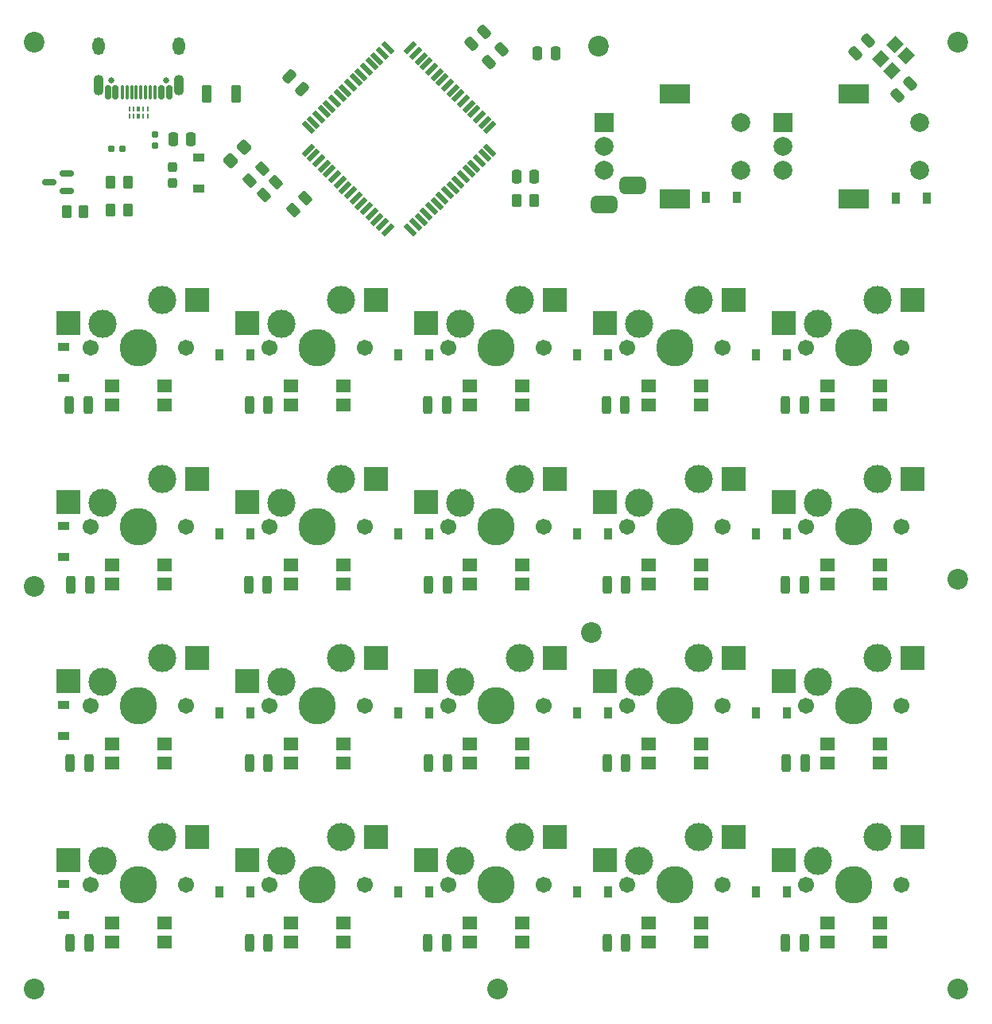
<source format=gbr>
%TF.GenerationSoftware,KiCad,Pcbnew,(6.0.4)*%
%TF.CreationDate,2022-06-27T22:54:41+02:00*%
%TF.ProjectId,MacroBoard-rounded,4d616372-6f42-46f6-9172-642d726f756e,rev?*%
%TF.SameCoordinates,Original*%
%TF.FileFunction,Soldermask,Bot*%
%TF.FilePolarity,Negative*%
%FSLAX46Y46*%
G04 Gerber Fmt 4.6, Leading zero omitted, Abs format (unit mm)*
G04 Created by KiCad (PCBNEW (6.0.4)) date 2022-06-27 22:54:41*
%MOMM*%
%LPD*%
G01*
G04 APERTURE LIST*
G04 Aperture macros list*
%AMRoundRect*
0 Rectangle with rounded corners*
0 $1 Rounding radius*
0 $2 $3 $4 $5 $6 $7 $8 $9 X,Y pos of 4 corners*
0 Add a 4 corners polygon primitive as box body*
4,1,4,$2,$3,$4,$5,$6,$7,$8,$9,$2,$3,0*
0 Add four circle primitives for the rounded corners*
1,1,$1+$1,$2,$3*
1,1,$1+$1,$4,$5*
1,1,$1+$1,$6,$7*
1,1,$1+$1,$8,$9*
0 Add four rect primitives between the rounded corners*
20,1,$1+$1,$2,$3,$4,$5,0*
20,1,$1+$1,$4,$5,$6,$7,0*
20,1,$1+$1,$6,$7,$8,$9,0*
20,1,$1+$1,$8,$9,$2,$3,0*%
%AMRotRect*
0 Rectangle, with rotation*
0 The origin of the aperture is its center*
0 $1 length*
0 $2 width*
0 $3 Rotation angle, in degrees counterclockwise*
0 Add horizontal line*
21,1,$1,$2,0,0,$3*%
G04 Aperture macros list end*
%ADD10R,1.600000X1.400000*%
%ADD11R,1.600000X1.420000*%
%ADD12R,1.600000X1.380000*%
%ADD13C,1.701800*%
%ADD14C,3.000000*%
%ADD15C,3.987800*%
%ADD16C,0.600000*%
%ADD17R,2.550000X2.500000*%
%ADD18R,2.000000X2.000000*%
%ADD19C,2.000000*%
%ADD20R,3.200000X2.000000*%
%ADD21C,2.200000*%
%ADD22RoundRect,0.250000X0.250000X0.700000X-0.250000X0.700000X-0.250000X-0.700000X0.250000X-0.700000X0*%
%ADD23R,0.900000X1.200000*%
%ADD24RoundRect,0.160000X0.197500X0.160000X-0.197500X0.160000X-0.197500X-0.160000X0.197500X-0.160000X0*%
%ADD25RoundRect,0.250000X0.262500X0.450000X-0.262500X0.450000X-0.262500X-0.450000X0.262500X-0.450000X0*%
%ADD26R,1.200000X0.900000*%
%ADD27RotRect,1.400000X1.200000X225.000000*%
%ADD28RoundRect,0.250000X0.512652X0.159099X0.159099X0.512652X-0.512652X-0.159099X-0.159099X-0.512652X0*%
%ADD29RoundRect,0.250000X-0.262500X-0.450000X0.262500X-0.450000X0.262500X0.450000X-0.262500X0.450000X0*%
%ADD30RoundRect,0.250000X-0.250000X-0.475000X0.250000X-0.475000X0.250000X0.475000X-0.250000X0.475000X0*%
%ADD31RoundRect,0.250000X0.070711X-0.565685X0.565685X-0.070711X-0.070711X0.565685X-0.565685X0.070711X0*%
%ADD32RoundRect,0.450000X0.950000X0.450000X-0.950000X0.450000X-0.950000X-0.450000X0.950000X-0.450000X0*%
%ADD33RoundRect,0.250000X0.275000X0.700000X-0.275000X0.700000X-0.275000X-0.700000X0.275000X-0.700000X0*%
%ADD34C,0.650000*%
%ADD35RoundRect,0.150000X-0.150000X-0.575000X0.150000X-0.575000X0.150000X0.575000X-0.150000X0.575000X0*%
%ADD36RoundRect,0.075000X-0.075000X-0.650000X0.075000X-0.650000X0.075000X0.650000X-0.075000X0.650000X0*%
%ADD37O,1.100000X2.200000*%
%ADD38O,1.300000X1.900000*%
%ADD39RoundRect,0.160000X-0.160000X0.197500X-0.160000X-0.197500X0.160000X-0.197500X0.160000X0.197500X0*%
%ADD40RoundRect,0.125000X0.000000X0.150000X0.000000X0.150000X0.000000X-0.150000X0.000000X-0.150000X0*%
%ADD41R,0.250000X0.550000*%
%ADD42R,0.300000X0.550000*%
%ADD43RoundRect,0.250000X0.159099X-0.512652X0.512652X-0.159099X-0.159099X0.512652X-0.512652X0.159099X0*%
%ADD44RoundRect,0.250000X0.132583X-0.503814X0.503814X-0.132583X-0.132583X0.503814X-0.503814X0.132583X0*%
%ADD45RoundRect,0.237500X-0.237500X0.287500X-0.237500X-0.287500X0.237500X-0.287500X0.237500X0.287500X0*%
%ADD46RoundRect,0.250000X-0.159099X0.512652X-0.512652X0.159099X0.159099X-0.512652X0.512652X-0.159099X0*%
%ADD47RoundRect,0.250000X-0.132583X0.503814X-0.503814X0.132583X0.132583X-0.503814X0.503814X-0.132583X0*%
%ADD48RotRect,1.500000X0.550000X225.000000*%
%ADD49RotRect,1.500000X0.550000X135.000000*%
%ADD50RoundRect,0.150000X0.587500X0.150000X-0.587500X0.150000X-0.587500X-0.150000X0.587500X-0.150000X0*%
G04 APERTURE END LIST*
D10*
%TO.C,D21*%
X83762500Y-71147500D03*
D11*
X83762500Y-69157500D03*
D10*
X78162500Y-69157500D03*
D12*
X78162500Y-71157500D03*
%TD*%
D13*
%TO.C,MX10*%
X124142500Y-84137500D03*
D14*
X115252500Y-81597500D03*
D15*
X119062500Y-84137500D03*
D13*
X113982500Y-84137500D03*
D14*
X121602500Y-79057500D03*
D16*
X124412500Y-79962500D03*
X124412500Y-79062500D03*
X126312500Y-79062500D03*
D17*
X125352500Y-79057500D03*
D16*
X124412500Y-78162500D03*
X126312500Y-78162500D03*
X126312500Y-79962500D03*
X110682500Y-80542500D03*
X112462500Y-81562500D03*
X110682500Y-82342500D03*
X112462500Y-82462500D03*
X112462500Y-80662500D03*
X110682500Y-81442500D03*
D17*
X111622500Y-81477500D03*
%TD*%
D10*
%TO.C,D37*%
X159962500Y-71147500D03*
D11*
X159962500Y-69157500D03*
D10*
X154362500Y-69157500D03*
D12*
X154362500Y-71157500D03*
%TD*%
D18*
%TO.C,SW3*%
X149662500Y-41156250D03*
D19*
X149662500Y-46156250D03*
X149662500Y-43656250D03*
D20*
X157162500Y-38056250D03*
X157162500Y-49256250D03*
D19*
X164162500Y-46156250D03*
X164162500Y-41156250D03*
%TD*%
D15*
%TO.C,MX18*%
X157162500Y-84137500D03*
D14*
X153352500Y-81597500D03*
X159702500Y-79057500D03*
D13*
X162242500Y-84137500D03*
X152082500Y-84137500D03*
D16*
X162512500Y-79962500D03*
X162512500Y-78162500D03*
X164412500Y-79062500D03*
D17*
X163452500Y-79057500D03*
D16*
X162512500Y-79062500D03*
X164412500Y-79962500D03*
X164412500Y-78162500D03*
X150562500Y-80662500D03*
X148782500Y-81442500D03*
D17*
X149722500Y-81477500D03*
D16*
X150562500Y-82462500D03*
X148782500Y-80542500D03*
X148782500Y-82342500D03*
X150562500Y-81562500D03*
%TD*%
D21*
%TO.C,H1*%
X130000000Y-33000000D03*
%TD*%
D15*
%TO.C,MX5*%
X100012500Y-65087500D03*
D14*
X102552500Y-60007500D03*
X96202500Y-62547500D03*
D13*
X105092500Y-65087500D03*
X94932500Y-65087500D03*
D16*
X105362500Y-59112500D03*
X105362500Y-60012500D03*
X107262500Y-60012500D03*
X107262500Y-60912500D03*
D17*
X106302500Y-60007500D03*
D16*
X105362500Y-60912500D03*
X107262500Y-59112500D03*
X93412500Y-63412500D03*
X93412500Y-62512500D03*
X91632500Y-62392500D03*
X91632500Y-63292500D03*
X91632500Y-61492500D03*
D17*
X92572500Y-62427500D03*
D16*
X93412500Y-61612500D03*
%TD*%
D10*
%TO.C,D32*%
X121862500Y-128297500D03*
D11*
X121862500Y-126307500D03*
D10*
X116262500Y-126307500D03*
D12*
X116262500Y-128307500D03*
%TD*%
D10*
%TO.C,D34*%
X140912500Y-90197500D03*
D11*
X140912500Y-88207500D03*
D10*
X135312500Y-88207500D03*
D12*
X135312500Y-90207500D03*
%TD*%
D21*
%TO.C,H8*%
X129200000Y-95400000D03*
%TD*%
D10*
%TO.C,D23*%
X83762500Y-109247500D03*
D11*
X83762500Y-107257500D03*
D10*
X78162500Y-107257500D03*
D12*
X78162500Y-109257500D03*
%TD*%
D10*
%TO.C,D25*%
X102812500Y-71147500D03*
D11*
X102812500Y-69157500D03*
D10*
X97212500Y-69157500D03*
D12*
X97212500Y-71157500D03*
%TD*%
D21*
%TO.C,H5*%
X168275000Y-133350000D03*
%TD*%
%TO.C,H4*%
X69850000Y-32543750D03*
%TD*%
D13*
%TO.C,MX20*%
X162242500Y-122237500D03*
D15*
X157162500Y-122237500D03*
D14*
X159702500Y-117157500D03*
D13*
X152082500Y-122237500D03*
D14*
X153352500Y-119697500D03*
D16*
X162512500Y-118062500D03*
X162512500Y-116262500D03*
D17*
X163452500Y-117157500D03*
D16*
X164412500Y-116262500D03*
X162512500Y-117162500D03*
X164412500Y-118062500D03*
X164412500Y-117162500D03*
X148782500Y-120442500D03*
X150562500Y-119662500D03*
X148782500Y-119542500D03*
X150562500Y-120562500D03*
X150562500Y-118762500D03*
D17*
X149722500Y-119577500D03*
D16*
X148782500Y-118642500D03*
%TD*%
D13*
%TO.C,MX2*%
X75882500Y-84137500D03*
D15*
X80962500Y-84137500D03*
D14*
X77152500Y-81597500D03*
X83502500Y-79057500D03*
D13*
X86042500Y-84137500D03*
D16*
X88212500Y-79062500D03*
X86312500Y-79962500D03*
D17*
X87252500Y-79057500D03*
D16*
X88212500Y-79962500D03*
X86312500Y-78162500D03*
X88212500Y-78162500D03*
X86312500Y-79062500D03*
X74362500Y-81562500D03*
X72582500Y-80542500D03*
X72582500Y-81442500D03*
X74362500Y-80662500D03*
X74362500Y-82462500D03*
D17*
X73522500Y-81477500D03*
D16*
X72582500Y-82342500D03*
%TD*%
D15*
%TO.C,MX7*%
X100012500Y-103187500D03*
D14*
X96202500Y-100647500D03*
D13*
X94932500Y-103187500D03*
D14*
X102552500Y-98107500D03*
D13*
X105092500Y-103187500D03*
D16*
X107262500Y-99012500D03*
X105362500Y-99012500D03*
X105362500Y-98112500D03*
X107262500Y-98112500D03*
X105362500Y-97212500D03*
D17*
X106302500Y-98107500D03*
D16*
X107262500Y-97212500D03*
X93412500Y-100612500D03*
X93412500Y-99712500D03*
X91632500Y-99592500D03*
D17*
X92572500Y-100527500D03*
D16*
X91632500Y-100492500D03*
X91632500Y-101392500D03*
X93412500Y-101512500D03*
%TD*%
D15*
%TO.C,MX1*%
X80962500Y-65087500D03*
D14*
X77152500Y-62547500D03*
D13*
X86042500Y-65087500D03*
X75882500Y-65087500D03*
D14*
X83502500Y-60007500D03*
D16*
X88212500Y-60912500D03*
X86312500Y-60912500D03*
X86312500Y-59112500D03*
X88212500Y-60012500D03*
X88212500Y-59112500D03*
D17*
X87252500Y-60007500D03*
D16*
X86312500Y-60012500D03*
X74362500Y-63412500D03*
X72582500Y-61492500D03*
X72582500Y-62392500D03*
D17*
X73522500Y-62427500D03*
D16*
X72582500Y-63292500D03*
X74362500Y-62512500D03*
X74362500Y-61612500D03*
%TD*%
D13*
%TO.C,MX3*%
X86042500Y-103187500D03*
D14*
X77152500Y-100647500D03*
X83502500Y-98107500D03*
D13*
X75882500Y-103187500D03*
D15*
X80962500Y-103187500D03*
D16*
X86312500Y-99012500D03*
X88212500Y-98112500D03*
X88212500Y-99012500D03*
X86312500Y-97212500D03*
X86312500Y-98112500D03*
D17*
X87252500Y-98107500D03*
D16*
X88212500Y-97212500D03*
X74362500Y-101512500D03*
X72582500Y-99592500D03*
D17*
X73522500Y-100527500D03*
D16*
X74362500Y-100612500D03*
X72582500Y-100492500D03*
X72582500Y-101392500D03*
X74362500Y-99712500D03*
%TD*%
D13*
%TO.C,MX6*%
X105092500Y-84137500D03*
X94932500Y-84137500D03*
D14*
X102552500Y-79057500D03*
X96202500Y-81597500D03*
D15*
X100012500Y-84137500D03*
D16*
X105362500Y-79062500D03*
X107262500Y-79962500D03*
X107262500Y-79062500D03*
X107262500Y-78162500D03*
X105362500Y-79962500D03*
D17*
X106302500Y-79057500D03*
D16*
X105362500Y-78162500D03*
X91632500Y-81442500D03*
D17*
X92572500Y-81477500D03*
D16*
X93412500Y-81562500D03*
X93412500Y-82462500D03*
X93412500Y-80662500D03*
X91632500Y-82342500D03*
X91632500Y-80542500D03*
%TD*%
D13*
%TO.C,MX17*%
X152082500Y-65087500D03*
X162242500Y-65087500D03*
D14*
X159702500Y-60007500D03*
X153352500Y-62547500D03*
D15*
X157162500Y-65087500D03*
D16*
X164412500Y-60912500D03*
X164412500Y-60012500D03*
D17*
X163452500Y-60007500D03*
D16*
X164412500Y-59112500D03*
X162512500Y-60912500D03*
X162512500Y-59112500D03*
X162512500Y-60012500D03*
D17*
X149722500Y-62427500D03*
D16*
X150562500Y-63412500D03*
X150562500Y-62512500D03*
X148782500Y-62392500D03*
X148782500Y-63292500D03*
X148782500Y-61492500D03*
X150562500Y-61612500D03*
%TD*%
D14*
%TO.C,MX11*%
X121602500Y-98107500D03*
D15*
X119062500Y-103187500D03*
D13*
X113982500Y-103187500D03*
X124142500Y-103187500D03*
D14*
X115252500Y-100647500D03*
D16*
X126312500Y-99012500D03*
X126312500Y-97212500D03*
D17*
X125352500Y-98107500D03*
D16*
X124412500Y-98112500D03*
X124412500Y-99012500D03*
X124412500Y-97212500D03*
X126312500Y-98112500D03*
X112462500Y-101512500D03*
X112462500Y-99712500D03*
X110682500Y-101392500D03*
X110682500Y-100492500D03*
X112462500Y-100612500D03*
D17*
X111622500Y-100527500D03*
D16*
X110682500Y-99592500D03*
%TD*%
D14*
%TO.C,MX9*%
X121602500Y-60007500D03*
D13*
X124142500Y-65087500D03*
X113982500Y-65087500D03*
D15*
X119062500Y-65087500D03*
D14*
X115252500Y-62547500D03*
D16*
X124412500Y-59112500D03*
X126312500Y-60012500D03*
X124412500Y-60012500D03*
X126312500Y-59112500D03*
D17*
X125352500Y-60007500D03*
D16*
X124412500Y-60912500D03*
X126312500Y-60912500D03*
X112462500Y-63412500D03*
X110682500Y-63292500D03*
D17*
X111622500Y-62427500D03*
D16*
X110682500Y-61492500D03*
X112462500Y-61612500D03*
X110682500Y-62392500D03*
X112462500Y-62512500D03*
%TD*%
D13*
%TO.C,MX16*%
X143192500Y-122237500D03*
D14*
X134302500Y-119697500D03*
D15*
X138112500Y-122237500D03*
D14*
X140652500Y-117157500D03*
D13*
X133032500Y-122237500D03*
D16*
X143462500Y-116262500D03*
D17*
X144402500Y-117157500D03*
D16*
X143462500Y-117162500D03*
X143462500Y-118062500D03*
X145362500Y-117162500D03*
X145362500Y-118062500D03*
X145362500Y-116262500D03*
X131512500Y-120562500D03*
X131512500Y-119662500D03*
X129732500Y-119542500D03*
X131512500Y-118762500D03*
D17*
X130672500Y-119577500D03*
D16*
X129732500Y-118642500D03*
X129732500Y-120442500D03*
%TD*%
D10*
%TO.C,D26*%
X102812500Y-90197500D03*
D11*
X102812500Y-88207500D03*
D10*
X97212500Y-88207500D03*
D12*
X97212500Y-90207500D03*
%TD*%
D21*
%TO.C,H7*%
X119200000Y-133350000D03*
%TD*%
D10*
%TO.C,D38*%
X159962500Y-90197500D03*
D11*
X159962500Y-88207500D03*
D10*
X154362500Y-88207500D03*
D12*
X154362500Y-90207500D03*
%TD*%
D10*
%TO.C,D24*%
X83762500Y-128297500D03*
D11*
X83762500Y-126307500D03*
D10*
X78162500Y-126307500D03*
D12*
X78162500Y-128307500D03*
%TD*%
D10*
%TO.C,D22*%
X83762500Y-90197500D03*
D11*
X83762500Y-88207500D03*
D10*
X78162500Y-88207500D03*
D12*
X78162500Y-90207500D03*
%TD*%
D10*
%TO.C,D36*%
X140912500Y-128297500D03*
D11*
X140912500Y-126307500D03*
D10*
X135312500Y-126307500D03*
D12*
X135312500Y-128307500D03*
%TD*%
D14*
%TO.C,MX19*%
X153352500Y-100647500D03*
D15*
X157162500Y-103187500D03*
D14*
X159702500Y-98107500D03*
D13*
X162242500Y-103187500D03*
X152082500Y-103187500D03*
D16*
X162512500Y-97212500D03*
X164412500Y-97212500D03*
X162512500Y-98112500D03*
X164412500Y-99012500D03*
X162512500Y-99012500D03*
D17*
X163452500Y-98107500D03*
D16*
X164412500Y-98112500D03*
X148782500Y-99592500D03*
X148782500Y-101392500D03*
D17*
X149722500Y-100527500D03*
D16*
X148782500Y-100492500D03*
X150562500Y-100612500D03*
X150562500Y-101512500D03*
X150562500Y-99712500D03*
%TD*%
D13*
%TO.C,MX12*%
X124142500Y-122237500D03*
X113982500Y-122237500D03*
D14*
X115252500Y-119697500D03*
X121602500Y-117157500D03*
D15*
X119062500Y-122237500D03*
D16*
X126312500Y-116262500D03*
X126312500Y-117162500D03*
X126312500Y-118062500D03*
D17*
X125352500Y-117157500D03*
D16*
X124412500Y-118062500D03*
X124412500Y-116262500D03*
X124412500Y-117162500D03*
X110682500Y-118642500D03*
X112462500Y-120562500D03*
D17*
X111622500Y-119577500D03*
D16*
X112462500Y-118762500D03*
X110682500Y-119542500D03*
X112462500Y-119662500D03*
X110682500Y-120442500D03*
%TD*%
D10*
%TO.C,D33*%
X140912500Y-71147500D03*
D11*
X140912500Y-69157500D03*
D10*
X135312500Y-69157500D03*
D12*
X135312500Y-71157500D03*
%TD*%
D13*
%TO.C,MX8*%
X105092500Y-122237500D03*
D14*
X96202500Y-119697500D03*
D15*
X100012500Y-122237500D03*
D14*
X102552500Y-117157500D03*
D13*
X94932500Y-122237500D03*
D16*
X105362500Y-118062500D03*
D17*
X106302500Y-117157500D03*
D16*
X107262500Y-118062500D03*
X107262500Y-117162500D03*
X105362500Y-116262500D03*
X107262500Y-116262500D03*
X105362500Y-117162500D03*
X91632500Y-119542500D03*
X93412500Y-120562500D03*
X93412500Y-119662500D03*
X93412500Y-118762500D03*
D17*
X92572500Y-119577500D03*
D16*
X91632500Y-120442500D03*
X91632500Y-118642500D03*
%TD*%
D21*
%TO.C,H6*%
X69850000Y-133350000D03*
%TD*%
D10*
%TO.C,D39*%
X159962500Y-109247500D03*
D11*
X159962500Y-107257500D03*
D10*
X154362500Y-107257500D03*
D12*
X154362500Y-109257500D03*
%TD*%
D21*
%TO.C,H3*%
X168275000Y-32543750D03*
%TD*%
D10*
%TO.C,D30*%
X121862500Y-90197500D03*
D11*
X121862500Y-88207500D03*
D10*
X116262500Y-88207500D03*
D12*
X116262500Y-90207500D03*
%TD*%
D14*
%TO.C,MX4*%
X83502500Y-117157500D03*
D15*
X80962500Y-122237500D03*
D14*
X77152500Y-119697500D03*
D13*
X75882500Y-122237500D03*
X86042500Y-122237500D03*
D17*
X87252500Y-117157500D03*
D16*
X86312500Y-118062500D03*
X88212500Y-118062500D03*
X86312500Y-117162500D03*
X88212500Y-117162500D03*
X88212500Y-116262500D03*
X86312500Y-116262500D03*
X72582500Y-118642500D03*
X74362500Y-120562500D03*
X74362500Y-118762500D03*
D17*
X73522500Y-119577500D03*
D16*
X72582500Y-120442500D03*
X74362500Y-119662500D03*
X72582500Y-119542500D03*
%TD*%
D10*
%TO.C,D27*%
X102812500Y-109247500D03*
D11*
X102812500Y-107257500D03*
D10*
X97212500Y-107257500D03*
D12*
X97212500Y-109257500D03*
%TD*%
D10*
%TO.C,D40*%
X159962500Y-128297500D03*
D11*
X159962500Y-126307500D03*
D10*
X154362500Y-126307500D03*
D12*
X154362500Y-128307500D03*
%TD*%
D14*
%TO.C,MX14*%
X140652500Y-79057500D03*
D13*
X133032500Y-84137500D03*
D14*
X134302500Y-81597500D03*
D15*
X138112500Y-84137500D03*
D13*
X143192500Y-84137500D03*
D16*
X143462500Y-79062500D03*
X145362500Y-79962500D03*
X143462500Y-79962500D03*
X143462500Y-78162500D03*
X145362500Y-79062500D03*
D17*
X144402500Y-79057500D03*
D16*
X145362500Y-78162500D03*
X129732500Y-80542500D03*
X131512500Y-81562500D03*
X131512500Y-82462500D03*
D17*
X130672500Y-81477500D03*
D16*
X129732500Y-81442500D03*
X129732500Y-82342500D03*
X131512500Y-80662500D03*
%TD*%
D10*
%TO.C,D29*%
X121862500Y-71147500D03*
D11*
X121862500Y-69157500D03*
D10*
X116262500Y-69157500D03*
D12*
X116262500Y-71157500D03*
%TD*%
D21*
%TO.C,H2*%
X69850000Y-90487500D03*
%TD*%
%TO.C,H9*%
X168275000Y-89693750D03*
%TD*%
D18*
%TO.C,SW2*%
X130612500Y-41156250D03*
D19*
X130612500Y-46156250D03*
X130612500Y-43656250D03*
D20*
X138112500Y-49256250D03*
X138112500Y-38056250D03*
D19*
X145112500Y-46156250D03*
X145112500Y-41156250D03*
%TD*%
D13*
%TO.C,MX13*%
X143192500Y-65087500D03*
D14*
X140652500Y-60007500D03*
D15*
X138112500Y-65087500D03*
D14*
X134302500Y-62547500D03*
D13*
X133032500Y-65087500D03*
D16*
X145362500Y-60912500D03*
X143462500Y-59112500D03*
X145362500Y-60012500D03*
X145362500Y-59112500D03*
D17*
X144402500Y-60007500D03*
D16*
X143462500Y-60912500D03*
X143462500Y-60012500D03*
X129732500Y-63292500D03*
X129732500Y-62392500D03*
D17*
X130672500Y-62427500D03*
D16*
X131512500Y-62512500D03*
X129732500Y-61492500D03*
X131512500Y-63412500D03*
X131512500Y-61612500D03*
%TD*%
D14*
%TO.C,MX15*%
X134302500Y-100647500D03*
D15*
X138112500Y-103187500D03*
D14*
X140652500Y-98107500D03*
D13*
X133032500Y-103187500D03*
X143192500Y-103187500D03*
D16*
X145362500Y-98112500D03*
X143462500Y-97212500D03*
X143462500Y-98112500D03*
X145362500Y-99012500D03*
X143462500Y-99012500D03*
D17*
X144402500Y-98107500D03*
D16*
X145362500Y-97212500D03*
X131512500Y-101512500D03*
X131512500Y-99712500D03*
X129732500Y-99592500D03*
D17*
X130672500Y-100527500D03*
D16*
X129732500Y-100492500D03*
X129732500Y-101392500D03*
X131512500Y-100612500D03*
%TD*%
D10*
%TO.C,D35*%
X140912500Y-109247500D03*
D11*
X140912500Y-107257500D03*
D10*
X135312500Y-107257500D03*
D12*
X135312500Y-109257500D03*
%TD*%
D10*
%TO.C,D28*%
X102812500Y-128297500D03*
D11*
X102812500Y-126307500D03*
D10*
X97212500Y-126307500D03*
D12*
X97212500Y-128307500D03*
%TD*%
D10*
%TO.C,D31*%
X121862500Y-109247500D03*
D11*
X121862500Y-107257500D03*
D10*
X116262500Y-107257500D03*
D12*
X116262500Y-109257500D03*
%TD*%
D22*
%TO.C,C10*%
X75800000Y-90300000D03*
X73800000Y-90300000D03*
%TD*%
D23*
%TO.C,D42*%
X141450000Y-49100000D03*
X144750000Y-49100000D03*
%TD*%
D24*
%TO.C,R1*%
X79247500Y-43950000D03*
X78052500Y-43950000D03*
%TD*%
D22*
%TO.C,C14*%
X94700000Y-90300000D03*
X92700000Y-90300000D03*
%TD*%
%TO.C,C21*%
X132800000Y-71200000D03*
X130800000Y-71200000D03*
%TD*%
D23*
%TO.C,D43*%
X161650000Y-49200000D03*
X164950000Y-49200000D03*
%TD*%
D22*
%TO.C,C13*%
X94800000Y-71200000D03*
X92800000Y-71200000D03*
%TD*%
D25*
%TO.C,R9*%
X79862500Y-47500000D03*
X78037500Y-47500000D03*
%TD*%
D26*
%TO.C,D1*%
X73025000Y-68325000D03*
X73025000Y-65025000D03*
%TD*%
D23*
%TO.C,D8*%
X89631250Y-123031250D03*
X92931250Y-123031250D03*
%TD*%
%TO.C,D17*%
X146781250Y-65881250D03*
X150081250Y-65881250D03*
%TD*%
D22*
%TO.C,C16*%
X94800000Y-128400000D03*
X92800000Y-128400000D03*
%TD*%
%TO.C,C28*%
X151900000Y-128400000D03*
X149900000Y-128400000D03*
%TD*%
D23*
%TO.C,D16*%
X127731250Y-123031250D03*
X131031250Y-123031250D03*
%TD*%
D27*
%TO.C,Y1*%
X162772759Y-34027241D03*
X161217124Y-35582876D03*
X160015043Y-34380795D03*
X161570678Y-32825160D03*
%TD*%
D23*
%TO.C,D7*%
X89631250Y-103981250D03*
X92931250Y-103981250D03*
%TD*%
D28*
%TO.C,C7*%
X98371751Y-37571751D03*
X97028249Y-36228249D03*
%TD*%
D26*
%TO.C,D3*%
X73025000Y-106425000D03*
X73025000Y-103125000D03*
%TD*%
D23*
%TO.C,D12*%
X108681250Y-123031250D03*
X111981250Y-123031250D03*
%TD*%
D29*
%TO.C,R10*%
X73337500Y-50600000D03*
X75162500Y-50600000D03*
%TD*%
D30*
%TO.C,C2*%
X121250000Y-46900000D03*
X123150000Y-46900000D03*
%TD*%
D22*
%TO.C,C9*%
X75600000Y-71200000D03*
X73600000Y-71200000D03*
%TD*%
D26*
%TO.C,D41*%
X87400000Y-44850000D03*
X87400000Y-48150000D03*
%TD*%
D23*
%TO.C,D5*%
X89631250Y-65881250D03*
X92931250Y-65881250D03*
%TD*%
D22*
%TO.C,C15*%
X94800000Y-109300000D03*
X92800000Y-109300000D03*
%TD*%
%TO.C,C23*%
X132900000Y-109300000D03*
X130900000Y-109300000D03*
%TD*%
D31*
%TO.C,R7*%
X90792893Y-45157107D03*
X92207107Y-43742893D03*
%TD*%
D22*
%TO.C,C18*%
X113900000Y-90300000D03*
X111900000Y-90300000D03*
%TD*%
%TO.C,C27*%
X152000000Y-109300000D03*
X150000000Y-109300000D03*
%TD*%
%TO.C,C20*%
X113800000Y-128400000D03*
X111800000Y-128400000D03*
%TD*%
D30*
%TO.C,C1*%
X84650000Y-42900000D03*
X86550000Y-42900000D03*
%TD*%
D23*
%TO.C,D18*%
X146781250Y-84931250D03*
X150081250Y-84931250D03*
%TD*%
D26*
%TO.C,D2*%
X73025000Y-87375000D03*
X73025000Y-84075000D03*
%TD*%
D29*
%TO.C,R8*%
X78037500Y-50450000D03*
X79862500Y-50450000D03*
%TD*%
D23*
%TO.C,D10*%
X108681250Y-84931250D03*
X111981250Y-84931250D03*
%TD*%
%TO.C,D11*%
X108681250Y-103981250D03*
X111981250Y-103981250D03*
%TD*%
D32*
%TO.C,SW1*%
X133600000Y-47800000D03*
X130600000Y-49800000D03*
%TD*%
D33*
%TO.C,L1*%
X91375000Y-38050000D03*
X88225000Y-38050000D03*
%TD*%
D34*
%TO.C,J1*%
X83887500Y-36599000D03*
X78107500Y-36599000D03*
D35*
X77747500Y-37925000D03*
X78547500Y-37925000D03*
D36*
X79747500Y-37925000D03*
X80743500Y-37925000D03*
X81247500Y-37925000D03*
X82247500Y-37925000D03*
D35*
X84247500Y-37925000D03*
X83447500Y-37925000D03*
D36*
X82747500Y-37925000D03*
X81747500Y-37925000D03*
X80247500Y-37925000D03*
X79247500Y-37925000D03*
D37*
X85297500Y-37150000D03*
X76697500Y-37150000D03*
D38*
X76697500Y-32950000D03*
X85297500Y-32950000D03*
%TD*%
D39*
%TO.C,R2*%
X82750000Y-42352500D03*
X82750000Y-43547500D03*
%TD*%
D22*
%TO.C,C19*%
X113900000Y-109300000D03*
X111900000Y-109300000D03*
%TD*%
%TO.C,C24*%
X132900000Y-128400000D03*
X130900000Y-128400000D03*
%TD*%
D40*
%TO.C,U2*%
X81997500Y-40435000D03*
D41*
X81497500Y-40435000D03*
D42*
X80997500Y-40435000D03*
D41*
X80497500Y-40435000D03*
X79997500Y-40435000D03*
X79997500Y-39665000D03*
X80497500Y-39665000D03*
D42*
X80997500Y-39665000D03*
D41*
X81497500Y-39665000D03*
X81997500Y-39665000D03*
%TD*%
D30*
%TO.C,C8*%
X123500000Y-33750000D03*
X125400000Y-33750000D03*
%TD*%
D23*
%TO.C,D14*%
X127731250Y-84931250D03*
X131031250Y-84931250D03*
%TD*%
D43*
%TO.C,C6*%
X157322150Y-33775769D03*
X158665652Y-32432267D03*
%TD*%
D44*
%TO.C,R4*%
X94354765Y-48795235D03*
X95645235Y-47504765D03*
%TD*%
D22*
%TO.C,C17*%
X113800000Y-71200000D03*
X111800000Y-71200000D03*
%TD*%
D44*
%TO.C,R3*%
X92854765Y-47295235D03*
X94145235Y-46004765D03*
%TD*%
D45*
%TO.C,F1*%
X84647500Y-45825000D03*
X84647500Y-47575000D03*
%TD*%
D23*
%TO.C,D6*%
X89631250Y-84931250D03*
X92931250Y-84931250D03*
%TD*%
D26*
%TO.C,D4*%
X73025000Y-125475000D03*
X73025000Y-122175000D03*
%TD*%
D22*
%TO.C,C25*%
X151900000Y-71200000D03*
X149900000Y-71200000D03*
%TD*%
D46*
%TO.C,C5*%
X163165652Y-36932267D03*
X161822150Y-38275769D03*
%TD*%
D47*
%TO.C,R5*%
X98745235Y-49154765D03*
X97454765Y-50445235D03*
%TD*%
D48*
%TO.C,U1*%
X109938982Y-33172437D03*
X110504667Y-33738123D03*
X111070352Y-34303808D03*
X111636038Y-34869493D03*
X112201723Y-35435179D03*
X112767409Y-36000864D03*
X113333094Y-36566550D03*
X113898780Y-37132235D03*
X114464465Y-37697920D03*
X115030150Y-38263606D03*
X115595836Y-38829291D03*
X116161521Y-39394977D03*
X116727207Y-39960662D03*
X117292892Y-40526348D03*
X117858577Y-41092033D03*
X118424263Y-41657718D03*
D49*
X118424263Y-44061882D03*
X117858577Y-44627567D03*
X117292892Y-45193252D03*
X116727207Y-45758938D03*
X116161521Y-46324623D03*
X115595836Y-46890309D03*
X115030150Y-47455994D03*
X114464465Y-48021680D03*
X113898780Y-48587365D03*
X113333094Y-49153050D03*
X112767409Y-49718736D03*
X112201723Y-50284421D03*
X111636038Y-50850107D03*
X111070352Y-51415792D03*
X110504667Y-51981477D03*
X109938982Y-52547163D03*
D48*
X107534818Y-52547163D03*
X106969133Y-51981477D03*
X106403448Y-51415792D03*
X105837762Y-50850107D03*
X105272077Y-50284421D03*
X104706391Y-49718736D03*
X104140706Y-49153050D03*
X103575020Y-48587365D03*
X103009335Y-48021680D03*
X102443650Y-47455994D03*
X101877964Y-46890309D03*
X101312279Y-46324623D03*
X100746593Y-45758938D03*
X100180908Y-45193252D03*
X99615223Y-44627567D03*
X99049537Y-44061882D03*
D49*
X99049537Y-41657718D03*
X99615223Y-41092033D03*
X100180908Y-40526348D03*
X100746593Y-39960662D03*
X101312279Y-39394977D03*
X101877964Y-38829291D03*
X102443650Y-38263606D03*
X103009335Y-37697920D03*
X103575020Y-37132235D03*
X104140706Y-36566550D03*
X104706391Y-36000864D03*
X105272077Y-35435179D03*
X105837762Y-34869493D03*
X106403448Y-34303808D03*
X106969133Y-33738123D03*
X107534818Y-33172437D03*
%TD*%
D23*
%TO.C,D13*%
X127731250Y-65881250D03*
X131031250Y-65881250D03*
%TD*%
%TO.C,D9*%
X108681250Y-65881250D03*
X111981250Y-65881250D03*
%TD*%
%TO.C,D19*%
X146781250Y-103981250D03*
X150081250Y-103981250D03*
%TD*%
D22*
%TO.C,C12*%
X75700000Y-128400000D03*
X73700000Y-128400000D03*
%TD*%
D50*
%TO.C,Q1*%
X73337500Y-46500000D03*
X73337500Y-48400000D03*
X71462500Y-47450000D03*
%TD*%
D43*
%TO.C,C4*%
X118328249Y-34671751D03*
X119671751Y-33328249D03*
%TD*%
D22*
%TO.C,C26*%
X151900000Y-90300000D03*
X149900000Y-90300000D03*
%TD*%
D23*
%TO.C,D20*%
X146781250Y-123031250D03*
X150081250Y-123031250D03*
%TD*%
D22*
%TO.C,C22*%
X132900000Y-90300000D03*
X130900000Y-90300000D03*
%TD*%
D23*
%TO.C,D15*%
X127731250Y-103981250D03*
X131031250Y-103981250D03*
%TD*%
D29*
%TO.C,R6*%
X121273200Y-49415700D03*
X123098200Y-49415700D03*
%TD*%
D43*
%TO.C,C3*%
X116428249Y-32771751D03*
X117771751Y-31428249D03*
%TD*%
D22*
%TO.C,C11*%
X75700000Y-109300000D03*
X73700000Y-109300000D03*
%TD*%
M02*

</source>
